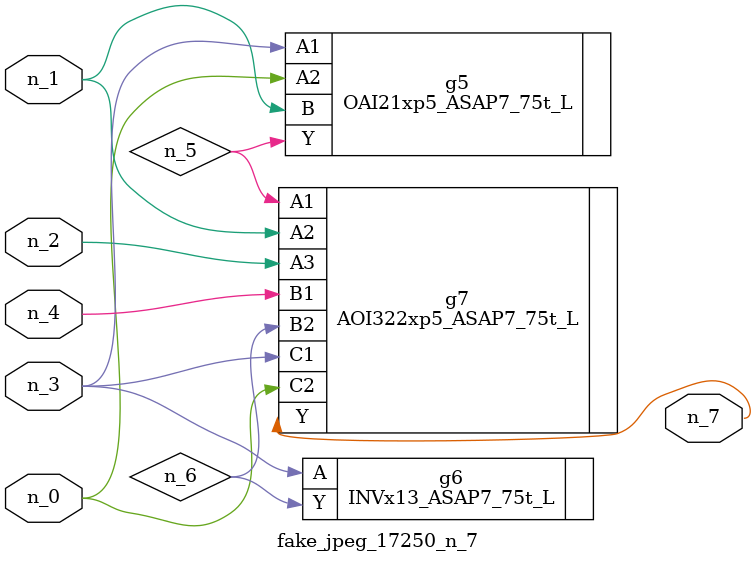
<source format=v>
module fake_jpeg_17250_n_7 (n_3, n_2, n_1, n_0, n_4, n_7);

input n_3;
input n_2;
input n_1;
input n_0;
input n_4;

output n_7;

wire n_6;
wire n_5;

OAI21xp5_ASAP7_75t_L g5 ( 
.A1(n_3),
.A2(n_0),
.B(n_1),
.Y(n_5)
);

INVx13_ASAP7_75t_L g6 ( 
.A(n_3),
.Y(n_6)
);

AOI322xp5_ASAP7_75t_L g7 ( 
.A1(n_5),
.A2(n_1),
.A3(n_2),
.B1(n_4),
.B2(n_6),
.C1(n_3),
.C2(n_0),
.Y(n_7)
);


endmodule
</source>
